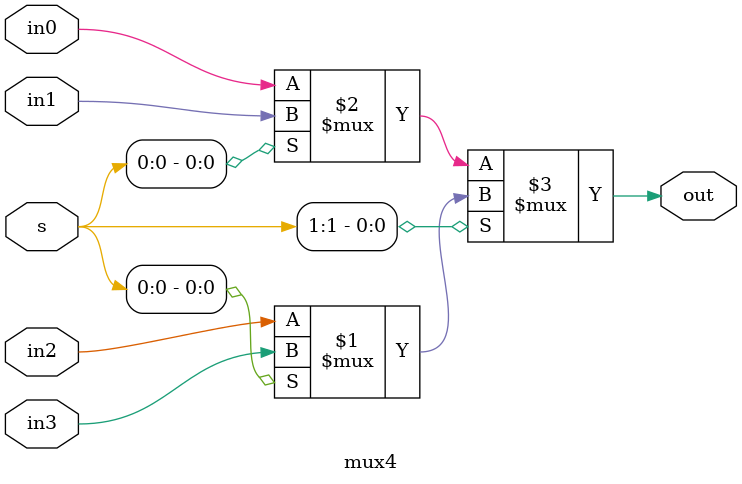
<source format=v>
/****************************
purpose: Given four inputs select between them using the s select bits
****************************/

module mux4 (in0, in1, in2, in3, s, out);
input in0;
input in1;
input in2;
input in3;
input [1:0]s;

output out;

assign out = s[1] ? (s[0] ? in3 : in2) : (s[0] ? in1 : in0);

endmodule 

</source>
